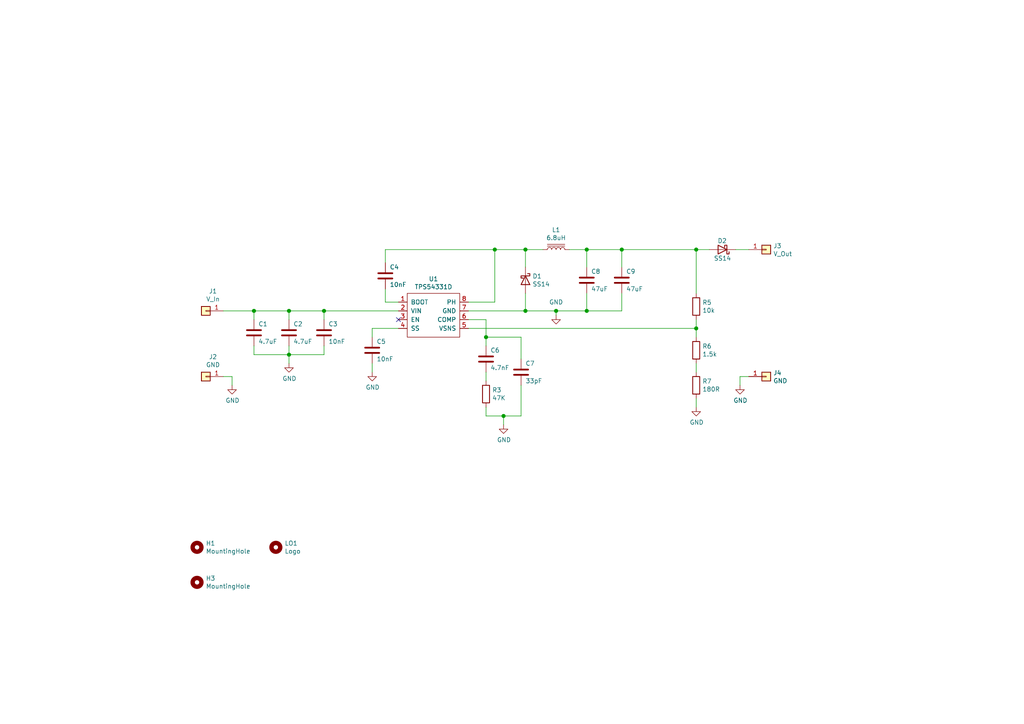
<source format=kicad_sch>
(kicad_sch (version 20210126) (generator eeschema)
  (paper "A4")
  (lib_symbols
    (symbol "Connector_Generic:Conn_01x01" (pin_names (offset 1.016) hide)
      (property "Reference" "J" (at 0 2.54 0))
      (property "Value" "Conn_01x01" (at 0 -2.54 0))
      (symbol "Conn_01x01_1_1"
        (rectangle (start -1.27 0.127) (end 0 -0.127) (stroke (width 0.1524)))
        (rectangle (start -1.27 1.27) (end 1.27 -1.27) (stroke (width 0.254)) (fill (type background)))
        (pin passive line (at -5.08 0 0) (length 3.81) (name "Pin_1") (number "1"))
      )
    )
    (symbol "Device:C" (pin_numbers hide) (pin_names (offset 0.254))
      (property "Reference" "C" (at 0.635 2.54 0))
      (property "Value" "C" (at 0.635 -2.54 0))
      (symbol "C_0_1"
        (polyline (pts (xy -2.032 -0.762) (xy 2.032 -0.762)) (stroke (width 0.508)))
        (polyline (pts (xy -2.032 0.762) (xy 2.032 0.762)) (stroke (width 0.508)))
      )
      (symbol "C_1_1"
        (pin passive line (at 0 3.81 270) (length 2.794) (name "~") (number "1"))
        (pin passive line (at 0 -3.81 90) (length 2.794) (name "~") (number "2"))
      )
    )
    (symbol "Device:L_Iron" (pin_numbers hide) (pin_names (offset 1.016) hide)
      (property "Reference" "L" (at -1.27 0 90))
      (property "Value" "L_Iron" (at 2.794 0 90))
      (symbol "L_Iron_0_1"
        (arc (start 0 -2.54) (end 0 -1.27) (radius (at 0 -1.905) (length 0.635) (angles -89.9 89.9)))
        (arc (start 0 -1.27) (end 0 0) (radius (at 0 -0.635) (length 0.635) (angles -89.9 89.9)))
        (arc (start 0 0) (end 0 1.27) (radius (at 0 0.635) (length 0.635) (angles -89.9 89.9)))
        (arc (start 0 1.27) (end 0 2.54) (radius (at 0 1.905) (length 0.635) (angles -89.9 89.9)))
        (polyline (pts (xy 1.016 2.54) (xy 1.016 -2.54)))
        (polyline (pts (xy 1.524 -2.54) (xy 1.524 2.54)))
      )
      (symbol "L_Iron_1_1"
        (pin passive line (at 0 3.81 270) (length 1.27) (name "1") (number "1"))
        (pin passive line (at 0 -3.81 90) (length 1.27) (name "2") (number "2"))
      )
    )
    (symbol "Device:R" (pin_numbers hide) (pin_names (offset 0))
      (property "Reference" "R" (at 2.032 0 90))
      (property "Value" "R" (at 0 0 90))
      (symbol "R_0_1"
        (rectangle (start -1.016 -2.54) (end 1.016 2.54) (stroke (width 0.254)))
      )
      (symbol "R_1_1"
        (pin passive line (at 0 3.81 270) (length 1.27) (name "~") (number "1"))
        (pin passive line (at 0 -3.81 90) (length 1.27) (name "~") (number "2"))
      )
    )
    (symbol "Mechanical:MountingHole" (pin_names (offset 1.016))
      (property "Reference" "H" (at 0 5.08 0))
      (property "Value" "MountingHole" (at 0 3.175 0))
      (symbol "MountingHole_0_1"
        (circle (center 0 0) (radius 1.27) (stroke (width 1.27)))
      )
    )
    (symbol "MeineBibli:SS14" (pin_numbers hide) (pin_names (offset 1.016) hide)
      (property "Reference" "D" (at 0 2.54 0))
      (property "Value" "SS14" (at 0 -2.54 0))
      (symbol "SS14_0_1"
        (polyline (pts (xy 1.27 0) (xy -1.27 0)))
        (polyline (pts (xy 1.27 1.27) (xy 1.27 -1.27) (xy -1.27 0) (xy 1.27 1.27)) (stroke (width 0.254)))
        (polyline (pts (xy -1.905 0.635) (xy -1.905 1.27) (xy -1.27 1.27) (xy -1.27 -1.27) (xy -0.635 -1.27) (xy -0.635 -0.635)) (stroke (width 0.254)))
      )
      (symbol "SS14_1_1"
        (pin passive line (at -3.81 0 0) (length 2.54) (name "K") (number "1"))
        (pin passive line (at 3.81 0 180) (length 2.54) (name "A") (number "2"))
      )
    )
    (symbol "MeineBibli:TPS54331D" (pin_names (offset 1.016))
      (property "Reference" "U" (at 0 10.16 0))
      (property "Value" "TPS54331D" (at 0 7.62 0))
      (property "LCSC" "C9865" (at 0 0 0))
      (symbol "TPS54331D_0_0"
        (pin input line (at -10.16 3.81 0) (length 2.54) (name "BOOT") (number "1"))
        (pin passive line (at -10.16 1.27 0) (length 2.54) (name "VIN") (number "2"))
        (pin input line (at -10.16 -1.27 0) (length 2.54) (name "EN") (number "3"))
        (pin input line (at -10.16 -3.81 0) (length 2.54) (name "SS") (number "4"))
        (pin input line (at 10.16 -3.81 180) (length 2.54) (name "VSNS") (number "5"))
        (pin input line (at 10.16 -1.27 180) (length 2.54) (name "COMP") (number "6"))
        (pin passive line (at 10.16 1.27 180) (length 2.54) (name "GND") (number "7"))
        (pin output line (at 10.16 3.81 180) (length 2.54) (name "PH") (number "8"))
      )
      (symbol "TPS54331D_0_1"
        (rectangle (start -7.62 6.35) (end 7.62 -6.35))
      )
    )
    (symbol "power:GND" (power) (pin_names (offset 0))
      (property "Value" "GND" (at 0 -3.81 0))
      (symbol "GND_0_1"
        (polyline (pts (xy 0 0) (xy 0 -1.27) (xy 1.27 -1.27) (xy 0 -2.54) (xy -1.27 -1.27) (xy 0 -1.27)))
      )
      (symbol "GND_1_1"
        (pin power_in line (at 0 0 270) (length 0) hide (name "GND") (number "1"))
      )
    )
  )
  (junction (at 73.66 90.17) (diameter 1.016))
  (junction (at 83.82 90.17) (diameter 1.016))
  (junction (at 83.82 102.87) (diameter 1.016))
  (junction (at 93.98 90.17) (diameter 1.016))
  (junction (at 140.97 97.79) (diameter 1.016))
  (junction (at 143.51 72.39) (diameter 1.016))
  (junction (at 146.05 120.65) (diameter 1.016))
  (junction (at 152.4 72.39) (diameter 1.016))
  (junction (at 152.4 90.17) (diameter 1.016))
  (junction (at 161.29 90.17) (diameter 1.016))
  (junction (at 170.18 72.39) (diameter 1.016))
  (junction (at 170.18 90.17) (diameter 1.016))
  (junction (at 180.34 72.39) (diameter 1.016))
  (junction (at 201.93 72.39) (diameter 1.016))
  (junction (at 201.93 95.25) (diameter 1.016))
  (no_connect (at 115.57 92.71))
  (wire (pts (xy 64.77 109.22) (xy 67.31 109.22)))
  (wire (pts (xy 67.31 109.22) (xy 67.31 111.76)))
  (wire (pts (xy 73.66 90.17) (xy 64.77 90.17)))
  (wire (pts (xy 73.66 90.17) (xy 73.66 92.71)))
  (wire (pts (xy 73.66 100.33) (xy 73.66 102.87)))
  (wire (pts (xy 73.66 102.87) (xy 83.82 102.87)))
  (wire (pts (xy 83.82 90.17) (xy 73.66 90.17)))
  (wire (pts (xy 83.82 90.17) (xy 83.82 92.71)))
  (wire (pts (xy 83.82 100.33) (xy 83.82 102.87)))
  (wire (pts (xy 83.82 102.87) (xy 93.98 102.87)))
  (wire (pts (xy 83.82 105.41) (xy 83.82 102.87)))
  (wire (pts (xy 93.98 90.17) (xy 83.82 90.17)))
  (wire (pts (xy 93.98 90.17) (xy 93.98 92.71)))
  (wire (pts (xy 93.98 102.87) (xy 93.98 100.33)))
  (wire (pts (xy 107.95 95.25) (xy 107.95 97.79)))
  (wire (pts (xy 107.95 105.41) (xy 107.95 107.95)))
  (wire (pts (xy 111.76 72.39) (xy 111.76 76.2)))
  (wire (pts (xy 111.76 72.39) (xy 143.51 72.39)))
  (wire (pts (xy 111.76 87.63) (xy 111.76 83.82)))
  (wire (pts (xy 115.57 87.63) (xy 111.76 87.63)))
  (wire (pts (xy 115.57 90.17) (xy 93.98 90.17)))
  (wire (pts (xy 115.57 95.25) (xy 107.95 95.25)))
  (wire (pts (xy 135.89 87.63) (xy 143.51 87.63)))
  (wire (pts (xy 135.89 90.17) (xy 152.4 90.17)))
  (wire (pts (xy 135.89 92.71) (xy 140.97 92.71)))
  (wire (pts (xy 135.89 95.25) (xy 201.93 95.25)))
  (wire (pts (xy 140.97 92.71) (xy 140.97 97.79)))
  (wire (pts (xy 140.97 97.79) (xy 140.97 100.33)))
  (wire (pts (xy 140.97 97.79) (xy 151.13 97.79)))
  (wire (pts (xy 140.97 107.95) (xy 140.97 110.49)))
  (wire (pts (xy 140.97 118.11) (xy 140.97 120.65)))
  (wire (pts (xy 140.97 120.65) (xy 146.05 120.65)))
  (wire (pts (xy 143.51 72.39) (xy 143.51 87.63)))
  (wire (pts (xy 146.05 120.65) (xy 151.13 120.65)))
  (wire (pts (xy 146.05 123.19) (xy 146.05 120.65)))
  (wire (pts (xy 151.13 97.79) (xy 151.13 104.14)))
  (wire (pts (xy 151.13 120.65) (xy 151.13 111.76)))
  (wire (pts (xy 152.4 72.39) (xy 143.51 72.39)))
  (wire (pts (xy 152.4 72.39) (xy 152.4 77.47)))
  (wire (pts (xy 152.4 72.39) (xy 157.48 72.39)))
  (wire (pts (xy 152.4 90.17) (xy 152.4 85.09)))
  (wire (pts (xy 152.4 90.17) (xy 161.29 90.17)))
  (wire (pts (xy 161.29 90.17) (xy 170.18 90.17)))
  (wire (pts (xy 161.29 91.44) (xy 161.29 90.17)))
  (wire (pts (xy 165.1 72.39) (xy 170.18 72.39)))
  (wire (pts (xy 170.18 72.39) (xy 170.18 77.47)))
  (wire (pts (xy 170.18 72.39) (xy 180.34 72.39)))
  (wire (pts (xy 170.18 90.17) (xy 170.18 85.09)))
  (wire (pts (xy 180.34 72.39) (xy 180.34 77.47)))
  (wire (pts (xy 180.34 72.39) (xy 201.93 72.39)))
  (wire (pts (xy 180.34 85.09) (xy 180.34 90.17)))
  (wire (pts (xy 180.34 90.17) (xy 170.18 90.17)))
  (wire (pts (xy 201.93 72.39) (xy 205.74 72.39)))
  (wire (pts (xy 201.93 85.09) (xy 201.93 72.39)))
  (wire (pts (xy 201.93 95.25) (xy 201.93 92.71)))
  (wire (pts (xy 201.93 97.79) (xy 201.93 95.25)))
  (wire (pts (xy 201.93 105.41) (xy 201.93 107.95)))
  (wire (pts (xy 201.93 115.57) (xy 201.93 118.11)))
  (wire (pts (xy 213.36 72.39) (xy 217.17 72.39)))
  (wire (pts (xy 214.63 109.22) (xy 217.17 109.22)))
  (wire (pts (xy 214.63 111.76) (xy 214.63 109.22)))
  (symbol (lib_id "power:GND") (at 67.31 111.76 0) (unit 1)
    (property "Reference" "#PWR0103" (effects hide))
    (property "Value" "GND" (at 67.437 116.1542 0))
  )
  (symbol (lib_id "power:GND") (at 83.82 105.41 0) (unit 1)
    (property "Reference" "#PWR0101" (effects hide))
    (property "Value" "GND" (at 83.947 109.8042 0))
  )
  (symbol (lib_id "power:GND") (at 107.95 107.95 0) (unit 1)
    (property "Reference" "#PWR0102" (effects hide))
    (property "Value" "GND" (at 108.077 112.3442 0))
  )
  (symbol (lib_id "power:GND") (at 146.05 123.19 0) (unit 1)
    (property "Reference" "#PWR0104" (effects hide))
    (property "Value" "GND" (at 146.177 127.5842 0))
  )
  (symbol (lib_id "power:GND") (at 161.29 91.44 0) (unit 1)
    (property "Reference" "#PWR0107" (effects hide))
    (property "Value" "GND" (at 161.29 87.63 0))
  )
  (symbol (lib_id "power:GND") (at 201.93 118.11 0) (unit 1)
    (property "Reference" "#PWR0105" (effects hide))
    (property "Value" "GND" (at 202.057 122.5042 0))
  )
  (symbol (lib_id "power:GND") (at 214.63 111.76 0) (unit 1)
    (property "Reference" "#PWR0106" (effects hide))
    (property "Value" "GND" (at 214.757 116.1542 0))
  )
  (symbol (lib_id "Mechanical:MountingHole") (at 57.15 158.75 0) (unit 1)
    (property "Reference" "H1" (at 59.69 157.5816 0) (effects (justify left)))
    (property "Value" "MountingHole" (at 59.69 159.893 0) (effects (justify left)))
    (property "Footprint" "MeineBibpretty:EigenesMountingHole_2.7mm_M2.5" (effects hide))
  )
  (symbol (lib_id "Mechanical:MountingHole") (at 57.15 168.91 0) (unit 1)
    (property "Reference" "H3" (at 59.69 167.7416 0) (effects (justify left)))
    (property "Value" "MountingHole" (at 59.69 170.053 0) (effects (justify left)))
    (property "Footprint" "MeineBibpretty:EigenesMountingHole_2.7mm_M2.5" (effects hide))
  )
  (symbol (lib_id "Mechanical:MountingHole") (at 80.01 158.75 0) (unit 1)
    (property "Reference" "LO1" (at 82.55 157.5816 0) (effects (justify left)))
    (property "Value" "Logo" (at 82.55 159.893 0) (effects (justify left)))
    (property "Footprint" "MeineBibpretty:Binary_6_v0.1" (effects hide))
  )
  (symbol (lib_id "Device:L_Iron") (at 161.29 72.39 90) (unit 1)
    (property "Reference" "L1" (at 161.29 66.675 90))
    (property "Value" "6.8uH" (at 161.29 68.9864 90))
    (property "Footprint" "MeineBibpretty:Sunltech_SLO0630H" (effects hide))
    (property "Datasheet" "https://datasheet.lcsc.com/szlcsc/1811091611_Sunltech-Tech-SLO0630H6R8MTT_C207841.pdf" (effects hide))
    (property "LCSC" "C207841" (effects hide))
  )
  (symbol (lib_id "Device:R") (at 140.97 114.3 0) (unit 1)
    (property "Reference" "R3" (at 142.748 113.1316 0) (effects (justify left)))
    (property "Value" "47K" (at 142.748 115.443 0) (effects (justify left)))
    (property "Footprint" "Resistor_SMD:R_0603_1608Metric" (effects hide))
    (property "LCSC" "C25819" (effects hide))
  )
  (symbol (lib_id "Device:R") (at 201.93 88.9 0) (unit 1)
    (property "Reference" "R5" (at 203.708 87.7316 0) (effects (justify left)))
    (property "Value" "10k" (at 203.708 90.043 0) (effects (justify left)))
    (property "Footprint" "Resistor_SMD:R_0603_1608Metric" (effects hide))
    (property "LCSC" "C25804" (effects hide))
  )
  (symbol (lib_id "Device:R") (at 201.93 101.6 0) (unit 1)
    (property "Reference" "R6" (at 203.708 100.4316 0) (effects (justify left)))
    (property "Value" "1.5k" (at 203.708 102.743 0) (effects (justify left)))
    (property "Footprint" "Resistor_SMD:R_0603_1608Metric" (effects hide))
    (property "LCSC" "C22843" (effects hide))
  )
  (symbol (lib_id "Device:R") (at 201.93 111.76 0) (unit 1)
    (property "Reference" "R7" (at 203.708 110.5916 0) (effects (justify left)))
    (property "Value" "180R" (at 203.708 112.903 0) (effects (justify left)))
    (property "Footprint" "Resistor_SMD:R_0603_1608Metric" (effects hide))
    (property "LCSC" "C22828" (effects hide))
  )
  (symbol (lib_id "Connector_Generic:Conn_01x01") (at 59.69 90.17 180) (unit 1)
    (property "Reference" "J1" (at 61.7728 84.455 0))
    (property "Value" "V_In" (at 61.7728 86.7664 0))
    (property "Footprint" "EigeneModule:PinheaderOwn" (effects hide))
  )
  (symbol (lib_id "Connector_Generic:Conn_01x01") (at 59.69 109.22 180) (unit 1)
    (property "Reference" "J2" (at 61.7728 103.505 0))
    (property "Value" "GND" (at 61.7728 105.8164 0))
    (property "Footprint" "EigeneModule:PinheaderOwn" (effects hide))
  )
  (symbol (lib_id "Connector_Generic:Conn_01x01") (at 222.25 72.39 0) (unit 1)
    (property "Reference" "J3" (at 224.282 71.3232 0) (effects (justify left)))
    (property "Value" "V_Out" (at 224.282 73.6346 0) (effects (justify left)))
    (property "Footprint" "EigeneModule:PinheaderOwn" (effects hide))
  )
  (symbol (lib_id "Connector_Generic:Conn_01x01") (at 222.25 109.22 0) (unit 1)
    (property "Reference" "J4" (at 224.282 108.1532 0) (effects (justify left)))
    (property "Value" "GND" (at 224.282 110.4646 0) (effects (justify left)))
    (property "Footprint" "EigeneModule:PinheaderOwn" (effects hide))
  )
  (symbol (lib_id "MeineBibli:SS14") (at 152.4 81.28 270) (unit 1)
    (property "Reference" "D1" (at 154.432 80.1116 90) (effects (justify left)))
    (property "Value" "SS14" (at 154.432 82.423 90) (effects (justify left)))
    (property "Footprint" "Diode_SMD:D_SMA" (effects hide))
    (property "Datasheet" "https://datasheet.lcsc.com/szlcsc/1903051003_MDD-Jiangsu-Yutai-Elec-SS14_C2480.pdf" (effects hide))
    (property "LCSC" "C2480" (effects hide))
  )
  (symbol (lib_id "MeineBibli:SS14") (at 209.55 72.39 180) (unit 1)
    (property "Reference" "D2" (at 210.82 69.85 0) (effects (justify left)))
    (property "Value" "SS14" (at 212.09 74.93 0) (effects (justify left)))
    (property "Footprint" "Diode_SMD:D_SMA" (effects hide))
    (property "Datasheet" "https://datasheet.lcsc.com/szlcsc/1903051003_MDD-Jiangsu-Yutai-Elec-SS14_C2480.pdf" (effects hide))
    (property "LCSC" "C2480" (effects hide))
  )
  (symbol (lib_id "Device:C") (at 73.66 96.52 0) (unit 1)
    (property "Reference" "C1" (at 74.93 93.98 0) (effects (justify left)))
    (property "Value" "4.7uF" (at 74.93 99.06 0) (effects (justify left)))
    (property "Footprint" "Capacitor_SMD:C_1206_3216Metric" (effects hide))
    (property "LCSC" "C29823" (effects hide))
  )
  (symbol (lib_id "Device:C") (at 83.82 96.52 0) (unit 1)
    (property "Reference" "C2" (at 85.09 93.98 0) (effects (justify left)))
    (property "Value" "4.7uF" (at 85.09 99.06 0) (effects (justify left)))
    (property "Footprint" "Capacitor_SMD:C_1206_3216Metric" (effects hide))
    (property "LCSC" "C29823" (effects hide))
  )
  (symbol (lib_id "Device:C") (at 93.98 96.52 0) (unit 1)
    (property "Reference" "C3" (at 95.25 93.98 0) (effects (justify left)))
    (property "Value" "10nF" (at 95.25 99.06 0) (effects (justify left)))
    (property "Footprint" "Capacitor_SMD:C_0603_1608Metric" (effects hide))
    (property "LCSC" "C57112" (effects hide))
  )
  (symbol (lib_id "Device:C") (at 107.95 101.6 0) (unit 1)
    (property "Reference" "C5" (at 109.22 99.06 0) (effects (justify left)))
    (property "Value" "10nF" (at 109.22 104.14 0) (effects (justify left)))
    (property "Footprint" "Capacitor_SMD:C_0603_1608Metric" (effects hide))
    (property "LCSC" "C57112" (effects hide))
  )
  (symbol (lib_id "Device:C") (at 111.76 80.01 0) (unit 1)
    (property "Reference" "C4" (at 113.03 77.47 0) (effects (justify left)))
    (property "Value" "10nF" (at 113.03 82.55 0) (effects (justify left)))
    (property "Footprint" "Capacitor_SMD:C_0603_1608Metric" (effects hide))
    (property "LCSC" "C57112" (effects hide))
  )
  (symbol (lib_id "Device:C") (at 140.97 104.14 0) (unit 1)
    (property "Reference" "C6" (at 142.24 101.6 0) (effects (justify left)))
    (property "Value" "4.7nF" (at 142.24 106.68 0) (effects (justify left)))
    (property "Footprint" "Capacitor_SMD:C_0603_1608Metric" (effects hide))
    (property "LCSC" "C53987" (effects hide))
  )
  (symbol (lib_id "Device:C") (at 151.13 107.95 0) (unit 1)
    (property "Reference" "C7" (at 152.4 105.41 0) (effects (justify left)))
    (property "Value" "33pF" (at 152.4 110.49 0) (effects (justify left)))
    (property "Footprint" "Capacitor_SMD:C_0603_1608Metric" (effects hide))
    (property "LCSC" "C1663" (effects hide))
  )
  (symbol (lib_id "Device:C") (at 170.18 81.28 0) (unit 1)
    (property "Reference" "C8" (at 171.45 78.74 0) (effects (justify left)))
    (property "Value" "47uF" (at 171.45 83.82 0) (effects (justify left)))
    (property "Footprint" "Capacitor_SMD:C_1206_3216Metric" (effects hide))
    (property "LCSC" "C96123" (effects hide))
  )
  (symbol (lib_id "Device:C") (at 180.34 81.28 0) (unit 1)
    (property "Reference" "C9" (at 181.61 78.74 0) (effects (justify left)))
    (property "Value" "47uF" (at 181.61 83.82 0) (effects (justify left)))
    (property "Footprint" "Capacitor_SMD:C_1206_3216Metric" (effects hide))
    (property "LCSC" "C96123" (effects hide))
  )
  (symbol (lib_id "MeineBibli:TPS54331D") (at 125.73 91.44 0) (unit 1)
    (property "Reference" "U1" (at 125.73 80.899 0))
    (property "Value" "TPS54331D" (at 125.73 83.2104 0))
    (property "Footprint" "Package_SO:SOIC-8_3.9x4.9mm_P1.27mm" (effects hide))
    (property "Datasheet" "https://www.ti.com/lit/ds/symlink/tps54331.pdf?ts=1610894439710" (effects hide))
    (property "LCSC" "C9865" (effects hide))
  )
)
</source>
